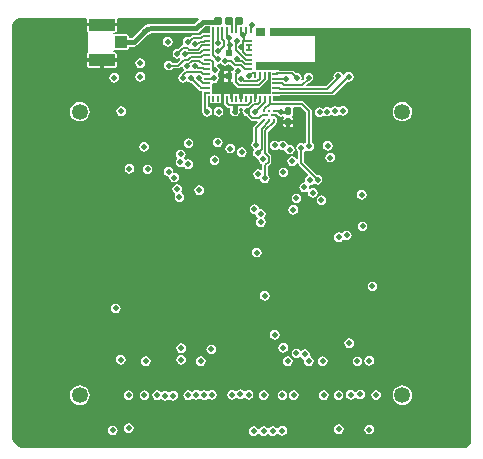
<source format=gtl>
G04 Layer_Physical_Order=1*
G04 Layer_Color=255*
%FSLAX24Y24*%
%MOIN*%
G70*
G01*
G75*
%ADD10C,0.0180*%
G04:AMPARAMS|DCode=11|XSize=23.6mil|YSize=23.6mil|CornerRadius=2.4mil|HoleSize=0mil|Usage=FLASHONLY|Rotation=270.000|XOffset=0mil|YOffset=0mil|HoleType=Round|Shape=RoundedRectangle|*
%AMROUNDEDRECTD11*
21,1,0.0236,0.0189,0,0,270.0*
21,1,0.0189,0.0236,0,0,270.0*
1,1,0.0047,-0.0094,-0.0094*
1,1,0.0047,-0.0094,0.0094*
1,1,0.0047,0.0094,0.0094*
1,1,0.0047,0.0094,-0.0094*
%
%ADD11ROUNDEDRECTD11*%
%ADD12C,0.0083*%
G04:AMPARAMS|DCode=13|XSize=41.3mil|YSize=88.6mil|CornerRadius=4.1mil|HoleSize=0mil|Usage=FLASHONLY|Rotation=90.000|XOffset=0mil|YOffset=0mil|HoleType=Round|Shape=RoundedRectangle|*
%AMROUNDEDRECTD13*
21,1,0.0413,0.0803,0,0,90.0*
21,1,0.0331,0.0886,0,0,90.0*
1,1,0.0083,0.0402,0.0165*
1,1,0.0083,0.0402,-0.0165*
1,1,0.0083,-0.0402,-0.0165*
1,1,0.0083,-0.0402,0.0165*
%
%ADD13ROUNDEDRECTD13*%
G04:AMPARAMS|DCode=14|XSize=41.3mil|YSize=43.3mil|CornerRadius=4.1mil|HoleSize=0mil|Usage=FLASHONLY|Rotation=90.000|XOffset=0mil|YOffset=0mil|HoleType=Round|Shape=RoundedRectangle|*
%AMROUNDEDRECTD14*
21,1,0.0413,0.0350,0,0,90.0*
21,1,0.0331,0.0433,0,0,90.0*
1,1,0.0083,0.0175,0.0165*
1,1,0.0083,0.0175,-0.0165*
1,1,0.0083,-0.0175,-0.0165*
1,1,0.0083,-0.0175,0.0165*
%
%ADD14ROUNDEDRECTD14*%
G04:AMPARAMS|DCode=15|XSize=19.7mil|YSize=23.6mil|CornerRadius=2mil|HoleSize=0mil|Usage=FLASHONLY|Rotation=0.000|XOffset=0mil|YOffset=0mil|HoleType=Round|Shape=RoundedRectangle|*
%AMROUNDEDRECTD15*
21,1,0.0197,0.0197,0,0,0.0*
21,1,0.0157,0.0236,0,0,0.0*
1,1,0.0039,0.0079,-0.0098*
1,1,0.0039,-0.0079,-0.0098*
1,1,0.0039,-0.0079,0.0098*
1,1,0.0039,0.0079,0.0098*
%
%ADD15ROUNDEDRECTD15*%
%ADD16R,0.0236X0.0236*%
%ADD17R,0.0197X0.0079*%
%ADD18R,0.0079X0.0197*%
%ADD19C,0.0060*%
%ADD20C,0.0100*%
%ADD21C,0.0080*%
%ADD22C,0.0150*%
%ADD23C,0.0532*%
%ADD24C,0.0200*%
G36*
X568Y14549D02*
X2692Y14549D01*
X2726Y14499D01*
X2724Y14486D01*
Y14381D01*
X3229D01*
X3733D01*
Y14486D01*
X3731Y14499D01*
X3765Y14549D01*
X6442Y14549D01*
X6463Y14499D01*
X6307Y14343D01*
X4912D01*
X4896Y14340D01*
X4770Y14323D01*
X4637Y14268D01*
X4523Y14181D01*
X4524Y14179D01*
X4228Y13883D01*
X4137D01*
Y13895D01*
X4129Y13935D01*
X4107Y13968D01*
X4073Y13991D01*
X4034Y13999D01*
X3683D01*
X3648Y13992D01*
X3629Y14003D01*
X3604Y14024D01*
X3611Y14052D01*
X3630D01*
X3670Y14060D01*
X3703Y14082D01*
X3726Y14116D01*
X3733Y14155D01*
Y14261D01*
X3229D01*
X2724D01*
Y14155D01*
X2731Y14116D01*
X2737Y14107D01*
X2756Y14065D01*
X2756Y14065D01*
Y13395D01*
X2737Y13353D01*
X2731Y13344D01*
X2724Y13305D01*
Y13199D01*
X3228D01*
X3733D01*
Y13305D01*
X3726Y13344D01*
X3703Y13378D01*
X3670Y13400D01*
X3630Y13408D01*
X3611D01*
X3604Y13436D01*
X3629Y13457D01*
X3648Y13468D01*
X3683Y13461D01*
X4034D01*
X4073Y13469D01*
X4107Y13492D01*
X4129Y13525D01*
X4137Y13565D01*
Y13577D01*
X4291D01*
X4350Y13589D01*
X4399Y13622D01*
X4740Y13963D01*
X4744Y13969D01*
X4818Y14018D01*
X4910Y14036D01*
X4912Y14034D01*
Y14034D01*
X4927Y14037D01*
X6370D01*
X6429Y14049D01*
X6478Y14082D01*
X6653Y14256D01*
X6830D01*
Y14130D01*
X6829Y14125D01*
Y14036D01*
X6574D01*
Y14016D01*
X6552Y14002D01*
X6513Y13963D01*
X6273D01*
X6238Y13956D01*
X6208Y13936D01*
X6158Y13887D01*
X6152Y13891D01*
X6090Y13903D01*
X6028Y13891D01*
X5975Y13855D01*
X5939Y13802D01*
X5927Y13740D01*
X5939Y13679D01*
X5940Y13673D01*
X5914Y13625D01*
X5900Y13622D01*
X5870Y13602D01*
X5773Y13505D01*
X5748Y13510D01*
X5686Y13497D01*
X5633Y13462D01*
X5597Y13409D01*
X5585Y13346D01*
X5597Y13284D01*
X5633Y13231D01*
X5686Y13196D01*
X5748Y13183D01*
X5810Y13196D01*
X5837Y13214D01*
X5847Y13208D01*
X5851Y13149D01*
X5746Y13045D01*
X5594D01*
X5578Y13068D01*
X5525Y13103D01*
X5463Y13116D01*
X5400Y13103D01*
X5347Y13068D01*
X5312Y13015D01*
X5299Y12953D01*
X5312Y12890D01*
X5347Y12837D01*
X5400Y12802D01*
X5463Y12790D01*
X5525Y12802D01*
X5578Y12837D01*
X5594Y12861D01*
X5784D01*
X5820Y12868D01*
X5849Y12888D01*
X5870Y12909D01*
X5924Y12892D01*
X5929Y12868D01*
X5965Y12815D01*
X5967Y12788D01*
X5880Y12701D01*
X5877Y12697D01*
X5830Y12665D01*
X5794Y12612D01*
X5782Y12550D01*
X5794Y12487D01*
X5830Y12434D01*
X5883Y12399D01*
X5945Y12387D01*
X6008Y12399D01*
X6060Y12434D01*
X6109Y12417D01*
X6146Y12393D01*
X6209Y12380D01*
X6229Y12384D01*
X6415Y12198D01*
X6436Y12185D01*
X6480Y12140D01*
X6510Y12120D01*
X6545Y12113D01*
X6574D01*
Y11948D01*
X6581D01*
Y11447D01*
X6582Y11444D01*
X6575Y11410D01*
X6588Y11348D01*
X6623Y11295D01*
X6676Y11259D01*
X6738Y11247D01*
X6801Y11259D01*
X6854Y11295D01*
X6889Y11348D01*
X6902Y11410D01*
X6889Y11472D01*
X6854Y11525D01*
X6801Y11561D01*
X6765Y11568D01*
Y11948D01*
X6830D01*
Y11692D01*
X7186D01*
Y11850D01*
Y12009D01*
X7184D01*
Y12009D01*
X6891D01*
Y12330D01*
X6941Y12371D01*
X6959Y12367D01*
X7021Y12379D01*
X7074Y12415D01*
X7110Y12468D01*
X7122Y12530D01*
X7110Y12593D01*
X7097Y12612D01*
X7107Y12679D01*
X7115Y12685D01*
X7151Y12738D01*
X7163Y12800D01*
X7151Y12862D01*
X7115Y12915D01*
X7062Y12951D01*
X7060Y12963D01*
X7067Y12976D01*
X7100Y13011D01*
X7149Y13021D01*
X7189Y13048D01*
X7196Y13045D01*
X7231Y12992D01*
X7284Y12957D01*
X7346Y12945D01*
X7409Y12957D01*
X7462Y12992D01*
X7515Y12983D01*
X7593Y12905D01*
X7623Y12885D01*
X7626Y12834D01*
X7615Y12780D01*
X7613Y12777D01*
X7540D01*
Y12598D01*
Y12420D01*
X7597D01*
Y12400D01*
X7604Y12365D01*
X7624Y12335D01*
X7725Y12234D01*
X7755Y12214D01*
X7790Y12207D01*
X8452D01*
X8487Y12214D01*
X8517Y12234D01*
X8723Y12440D01*
X8743Y12470D01*
X8761D01*
Y12702D01*
X8761Y12703D01*
X8782Y12745D01*
Y12745D01*
X8857D01*
Y12420D01*
Y12009D01*
X8405D01*
Y11850D01*
X8291D01*
X8288Y11863D01*
Y12009D01*
X7934D01*
Y12009D01*
X7932D01*
Y11850D01*
X7816D01*
Y12009D01*
X7814D01*
Y12009D01*
X7617D01*
Y11850D01*
X7504D01*
Y11888D01*
X7501Y11901D01*
Y12009D01*
X7304D01*
Y12009D01*
X7302D01*
Y11901D01*
X7300Y11888D01*
Y11850D01*
Y11703D01*
X7302Y11692D01*
X7302D01*
X7307Y11664D01*
X7329Y11631D01*
X7392Y11568D01*
X7425Y11546D01*
X7464Y11538D01*
X7492D01*
X7512Y11488D01*
X7508Y11482D01*
X7495Y11420D01*
X7508Y11358D01*
X7543Y11305D01*
X7596Y11269D01*
X7659Y11257D01*
X7721Y11269D01*
X7774Y11305D01*
X7809Y11358D01*
X7822Y11420D01*
X7809Y11482D01*
X7805Y11488D01*
X7825Y11538D01*
X7899D01*
X7923Y11494D01*
X7918Y11487D01*
X7905Y11424D01*
X7918Y11362D01*
X7953Y11309D01*
X8006Y11274D01*
X8069Y11261D01*
X8070Y11262D01*
X8074Y11256D01*
X8185Y11145D01*
X8215Y11125D01*
X8250Y11118D01*
X8417D01*
X8437Y11068D01*
X8304Y10935D01*
X8284Y10905D01*
X8277Y10870D01*
Y10451D01*
X8253Y10435D01*
X8218Y10382D01*
X8205Y10320D01*
X8218Y10258D01*
X8253Y10205D01*
X8277Y10189D01*
X8303Y10162D01*
X8290Y10125D01*
X8274Y10102D01*
X8262Y10039D01*
X8274Y9977D01*
X8310Y9924D01*
X8363Y9889D01*
X8398Y9882D01*
X8440Y9833D01*
X8452Y9771D01*
X8487Y9718D01*
X8540Y9682D01*
X8540Y9682D01*
X8540Y9682D01*
X8577Y9658D01*
X8570Y9623D01*
Y9494D01*
X8520Y9467D01*
X8498Y9482D01*
X8435Y9494D01*
X8373Y9482D01*
X8320Y9447D01*
X8285Y9394D01*
X8272Y9331D01*
X8285Y9269D01*
X8320Y9216D01*
X8373Y9180D01*
X8435Y9168D01*
X8498Y9180D01*
X8500Y9179D01*
X8511Y9127D01*
X8546Y9074D01*
X8599Y9039D01*
X8662Y9026D01*
X8724Y9039D01*
X8777Y9074D01*
X8812Y9127D01*
X8825Y9190D01*
X8812Y9252D01*
X8777Y9305D01*
X8753Y9321D01*
Y9585D01*
X8858Y9690D01*
X8877Y9719D01*
X8884Y9754D01*
Y9912D01*
X8877Y9947D01*
X8858Y9977D01*
X8770Y10064D01*
Y10752D01*
X9031Y11013D01*
X9051Y11042D01*
X9058Y11077D01*
Y11107D01*
X9061Y11113D01*
X9069Y11152D01*
X9061Y11192D01*
X9039Y11225D01*
X9006Y11248D01*
X8999Y11249D01*
X8998Y11268D01*
X9042Y11310D01*
X9065Y11307D01*
X9073Y11295D01*
X9126Y11259D01*
X9189Y11247D01*
X9248Y11259D01*
X9252Y11259D01*
X9260Y11255D01*
X9285Y11202D01*
X9279Y11171D01*
Y11133D01*
X9599D01*
Y11171D01*
X9593Y11202D01*
X9575Y11229D01*
Y11271D01*
X9593Y11298D01*
X9599Y11329D01*
Y11526D01*
X9598Y11529D01*
X9634Y11579D01*
X9857D01*
X10046Y11389D01*
Y10388D01*
X10023Y10372D01*
X10016Y10362D01*
X9948Y10350D01*
X9932Y10361D01*
X9869Y10373D01*
X9807Y10361D01*
X9754Y10326D01*
X9719Y10273D01*
X9706Y10210D01*
X9719Y10148D01*
X9754Y10095D01*
X9778Y10079D01*
Y9832D01*
X9728Y9827D01*
X9693Y9880D01*
X9640Y9915D01*
X9577Y9927D01*
X9515Y9915D01*
X9462Y9880D01*
X9426Y9827D01*
X9414Y9764D01*
X9426Y9702D01*
X9462Y9649D01*
X9515Y9614D01*
X9577Y9601D01*
X9640Y9614D01*
X9693Y9649D01*
X9728Y9702D01*
X9778Y9699D01*
X9785Y9664D01*
X9805Y9634D01*
X10111Y9328D01*
X10100Y9291D01*
X10091Y9277D01*
X10043Y9245D01*
X10008Y9192D01*
X9995Y9129D01*
X10002Y9098D01*
X9969Y9054D01*
X9964Y9052D01*
X9906Y9041D01*
X9853Y9005D01*
X9818Y8952D01*
X9805Y8890D01*
X9818Y8828D01*
X9853Y8775D01*
X9906Y8739D01*
X9969Y8727D01*
X10031Y8739D01*
X10053Y8754D01*
X10098Y8724D01*
X10095Y8710D01*
X10108Y8648D01*
X10143Y8595D01*
X10196Y8559D01*
X10259Y8547D01*
X10321Y8559D01*
X10374Y8595D01*
X10409Y8648D01*
X10422Y8710D01*
X10409Y8772D01*
X10374Y8825D01*
X10321Y8861D01*
X10259Y8873D01*
X10196Y8861D01*
X10174Y8846D01*
X10133Y8873D01*
X10131Y8888D01*
X10132Y8890D01*
X10130Y8900D01*
X10127Y8923D01*
X10158Y8965D01*
X10163Y8967D01*
X10221Y8979D01*
X10274Y9014D01*
X10334Y9014D01*
X10356Y8999D01*
X10418Y8987D01*
X10481Y8999D01*
X10534Y9035D01*
X10569Y9088D01*
X10582Y9150D01*
X10569Y9212D01*
X10534Y9265D01*
X10481Y9301D01*
X10418Y9313D01*
X10391Y9308D01*
X9961Y9737D01*
Y10079D01*
X9985Y10095D01*
X9991Y10105D01*
X10059Y10117D01*
X10076Y10106D01*
X10138Y10093D01*
X10201Y10106D01*
X10254Y10141D01*
X10289Y10194D01*
X10301Y10256D01*
X10289Y10319D01*
X10254Y10372D01*
X10230Y10388D01*
Y11427D01*
X10223Y11462D01*
X10203Y11492D01*
X9959Y11735D01*
X9930Y11755D01*
X9895Y11762D01*
X8918D01*
Y11948D01*
X9174D01*
Y11955D01*
X10916D01*
X10951Y11962D01*
X10981Y11982D01*
X11422Y12424D01*
X11458Y12417D01*
X11521Y12429D01*
X11574Y12465D01*
X11609Y12518D01*
X11622Y12580D01*
X11609Y12642D01*
X11574Y12695D01*
X11521Y12731D01*
X11458Y12743D01*
X11396Y12731D01*
X11343Y12695D01*
X11311Y12648D01*
X11291Y12646D01*
X11259Y12653D01*
X11224Y12705D01*
X11171Y12741D01*
X11108Y12753D01*
X11046Y12741D01*
X10993Y12705D01*
X10958Y12652D01*
X10945Y12590D01*
X10958Y12529D01*
X10698Y12269D01*
X10063D01*
X10043Y12315D01*
X10116Y12387D01*
X10118Y12387D01*
X10181Y12399D01*
X10234Y12435D01*
X10269Y12488D01*
X10282Y12550D01*
X10269Y12612D01*
X10234Y12665D01*
X10181Y12701D01*
X10118Y12713D01*
X10056Y12701D01*
X10003Y12665D01*
X9968Y12612D01*
X9955Y12550D01*
X9966Y12497D01*
X9927Y12458D01*
X9882Y12479D01*
X9880Y12482D01*
X9892Y12542D01*
X9880Y12604D01*
X9844Y12657D01*
X9791Y12693D01*
X9729Y12705D01*
X9703Y12700D01*
X9649Y12755D01*
X9619Y12775D01*
X9584Y12782D01*
X9135D01*
Y12805D01*
X8366D01*
Y13081D01*
X10335D01*
Y13947D01*
X10335D01*
Y13947D01*
X8839D01*
Y14193D01*
X10571D01*
Y14192D01*
X15516Y14193D01*
X15551Y14158D01*
X15548Y509D01*
X15550Y481D01*
X15543Y424D01*
X15525Y371D01*
X15497Y322D01*
X15460Y279D01*
X15415Y245D01*
X15364Y219D01*
X15309Y205D01*
X15281Y203D01*
X665Y203D01*
X621Y203D01*
X535Y220D01*
X453Y254D01*
X380Y302D01*
X318Y365D01*
X269Y438D01*
X235Y519D01*
X218Y605D01*
X218Y649D01*
Y14199D01*
X218Y14234D01*
X232Y14302D01*
X258Y14365D01*
X296Y14423D01*
X345Y14471D01*
X402Y14510D01*
X466Y14536D01*
X534Y14549D01*
X568Y14549D01*
D02*
G37*
G36*
X8681Y13947D02*
X8366D01*
Y14193D01*
X8681D01*
Y13947D01*
D02*
G37*
%LPC*%
G36*
X12139Y3273D02*
X12076Y3261D01*
X12023Y3225D01*
X11988Y3172D01*
X11975Y3110D01*
X11988Y3048D01*
X12023Y2995D01*
X12076Y2959D01*
X12139Y2947D01*
X12201Y2959D01*
X12254Y2995D01*
X12289Y3048D01*
X12302Y3110D01*
X12289Y3172D01*
X12254Y3225D01*
X12201Y3261D01*
X12139Y3273D01*
D02*
G37*
G36*
X10589Y3263D02*
X10526Y3251D01*
X10473Y3215D01*
X10438Y3162D01*
X10425Y3100D01*
X10438Y3038D01*
X10473Y2985D01*
X10526Y2949D01*
X10589Y2937D01*
X10651Y2949D01*
X10704Y2985D01*
X10739Y3038D01*
X10752Y3100D01*
X10739Y3162D01*
X10704Y3215D01*
X10651Y3251D01*
X10589Y3263D01*
D02*
G37*
G36*
X5868Y3313D02*
X5806Y3301D01*
X5753Y3265D01*
X5718Y3212D01*
X5705Y3150D01*
X5718Y3088D01*
X5753Y3035D01*
X5806Y2999D01*
X5868Y2987D01*
X5931Y2999D01*
X5984Y3035D01*
X6019Y3088D01*
X6032Y3150D01*
X6019Y3212D01*
X5984Y3265D01*
X5931Y3301D01*
X5868Y3313D01*
D02*
G37*
G36*
X3859D02*
X3796Y3301D01*
X3743Y3265D01*
X3708Y3212D01*
X3695Y3150D01*
X3708Y3088D01*
X3743Y3035D01*
X3796Y2999D01*
X3859Y2987D01*
X3921Y2999D01*
X3974Y3035D01*
X4009Y3088D01*
X4022Y3150D01*
X4009Y3212D01*
X3974Y3265D01*
X3921Y3301D01*
X3859Y3313D01*
D02*
G37*
G36*
X9428Y3263D02*
X9366Y3251D01*
X9313Y3215D01*
X9278Y3162D01*
X9265Y3100D01*
X9278Y3038D01*
X9313Y2985D01*
X9366Y2949D01*
X9428Y2937D01*
X9491Y2949D01*
X9544Y2985D01*
X9579Y3038D01*
X9592Y3100D01*
X9579Y3162D01*
X9544Y3215D01*
X9491Y3251D01*
X9428Y3263D01*
D02*
G37*
G36*
X9715Y3520D02*
X9653Y3507D01*
X9600Y3472D01*
X9564Y3419D01*
X9552Y3356D01*
X9564Y3294D01*
X9600Y3241D01*
X9653Y3206D01*
X9715Y3193D01*
X9777Y3206D01*
X9830Y3241D01*
X9865D01*
X9883Y3215D01*
X9936Y3179D01*
X9939Y3179D01*
X9972Y3121D01*
X9966Y3093D01*
X9979Y3031D01*
X10014Y2978D01*
X10067Y2942D01*
X10129Y2930D01*
X10192Y2942D01*
X10245Y2978D01*
X10280Y3031D01*
X10292Y3093D01*
X10280Y3155D01*
X10245Y3208D01*
X10192Y3244D01*
X10189Y3244D01*
X10156Y3302D01*
X10162Y3330D01*
X10149Y3392D01*
X10114Y3445D01*
X10061Y3481D01*
X9998Y3493D01*
X9936Y3481D01*
X9883Y3445D01*
X9848D01*
X9830Y3472D01*
X9777Y3507D01*
X9715Y3520D01*
D02*
G37*
G36*
X11748Y3253D02*
X11686Y3241D01*
X11633Y3205D01*
X11598Y3152D01*
X11585Y3090D01*
X11598Y3028D01*
X11633Y2975D01*
X11686Y2939D01*
X11748Y2927D01*
X11811Y2939D01*
X11864Y2975D01*
X11899Y3028D01*
X11912Y3090D01*
X11899Y3152D01*
X11864Y3205D01*
X11811Y3241D01*
X11748Y3253D01*
D02*
G37*
G36*
X6528Y3263D02*
X6466Y3251D01*
X6413Y3215D01*
X6378Y3162D01*
X6365Y3100D01*
X6378Y3038D01*
X6413Y2985D01*
X6466Y2949D01*
X6528Y2937D01*
X6591Y2949D01*
X6644Y2985D01*
X6679Y3038D01*
X6692Y3100D01*
X6679Y3162D01*
X6644Y3215D01*
X6591Y3251D01*
X6528Y3263D01*
D02*
G37*
G36*
X4699D02*
X4636Y3251D01*
X4583Y3215D01*
X4548Y3162D01*
X4535Y3100D01*
X4548Y3038D01*
X4583Y2985D01*
X4636Y2949D01*
X4699Y2937D01*
X4761Y2949D01*
X4814Y2985D01*
X4849Y3038D01*
X4862Y3100D01*
X4849Y3162D01*
X4814Y3215D01*
X4761Y3251D01*
X4699Y3263D01*
D02*
G37*
G36*
X8658Y5443D02*
X8596Y5431D01*
X8543Y5395D01*
X8508Y5342D01*
X8495Y5280D01*
X8508Y5218D01*
X8543Y5165D01*
X8596Y5129D01*
X8658Y5117D01*
X8721Y5129D01*
X8774Y5165D01*
X8809Y5218D01*
X8822Y5280D01*
X8809Y5342D01*
X8774Y5395D01*
X8721Y5431D01*
X8658Y5443D01*
D02*
G37*
G36*
X3697Y5021D02*
X3634Y5009D01*
X3581Y4974D01*
X3546Y4921D01*
X3534Y4858D01*
X3546Y4796D01*
X3581Y4743D01*
X3634Y4708D01*
X3697Y4695D01*
X3759Y4708D01*
X3812Y4743D01*
X3848Y4796D01*
X3860Y4858D01*
X3848Y4921D01*
X3812Y4974D01*
X3759Y5009D01*
X3697Y5021D01*
D02*
G37*
G36*
X8399Y6883D02*
X8336Y6871D01*
X8283Y6835D01*
X8248Y6782D01*
X8235Y6720D01*
X8248Y6658D01*
X8283Y6605D01*
X8336Y6569D01*
X8399Y6557D01*
X8461Y6569D01*
X8514Y6605D01*
X8549Y6658D01*
X8562Y6720D01*
X8549Y6782D01*
X8514Y6835D01*
X8461Y6871D01*
X8399Y6883D01*
D02*
G37*
G36*
X12249Y5753D02*
X12186Y5741D01*
X12133Y5705D01*
X12098Y5652D01*
X12085Y5590D01*
X12098Y5528D01*
X12133Y5475D01*
X12186Y5439D01*
X12249Y5427D01*
X12311Y5439D01*
X12364Y5475D01*
X12399Y5528D01*
X12412Y5590D01*
X12399Y5652D01*
X12364Y5705D01*
X12311Y5741D01*
X12249Y5753D01*
D02*
G37*
G36*
X8996Y4140D02*
X8934Y4127D01*
X8881Y4092D01*
X8846Y4039D01*
X8833Y3977D01*
X8846Y3914D01*
X8881Y3861D01*
X8934Y3826D01*
X8996Y3813D01*
X9059Y3826D01*
X9112Y3861D01*
X9147Y3914D01*
X9160Y3977D01*
X9147Y4039D01*
X9112Y4092D01*
X9059Y4127D01*
X8996Y4140D01*
D02*
G37*
G36*
X5870Y3693D02*
X5808Y3681D01*
X5755Y3645D01*
X5719Y3592D01*
X5707Y3530D01*
X5719Y3468D01*
X5755Y3415D01*
X5808Y3379D01*
X5870Y3367D01*
X5932Y3379D01*
X5985Y3415D01*
X6021Y3468D01*
X6033Y3530D01*
X6021Y3592D01*
X5985Y3645D01*
X5932Y3681D01*
X5870Y3693D01*
D02*
G37*
G36*
X6880Y3653D02*
X6818Y3641D01*
X6765Y3605D01*
X6729Y3552D01*
X6717Y3490D01*
X6729Y3428D01*
X6765Y3375D01*
X6818Y3339D01*
X6880Y3327D01*
X6942Y3339D01*
X6995Y3375D01*
X7031Y3428D01*
X7043Y3490D01*
X7031Y3552D01*
X6995Y3605D01*
X6942Y3641D01*
X6880Y3653D01*
D02*
G37*
G36*
X11479Y3863D02*
X11416Y3851D01*
X11363Y3815D01*
X11328Y3762D01*
X11315Y3700D01*
X11328Y3638D01*
X11363Y3585D01*
X11416Y3549D01*
X11479Y3537D01*
X11541Y3549D01*
X11594Y3585D01*
X11629Y3638D01*
X11642Y3700D01*
X11629Y3762D01*
X11594Y3815D01*
X11541Y3851D01*
X11479Y3863D01*
D02*
G37*
G36*
X9279Y3703D02*
X9216Y3691D01*
X9163Y3655D01*
X9128Y3602D01*
X9115Y3540D01*
X9128Y3478D01*
X9163Y3425D01*
X9216Y3389D01*
X9279Y3377D01*
X9341Y3389D01*
X9394Y3425D01*
X9429Y3478D01*
X9442Y3540D01*
X9429Y3602D01*
X9394Y3655D01*
X9341Y3691D01*
X9279Y3703D01*
D02*
G37*
G36*
X7849Y2163D02*
X7786Y2151D01*
X7733Y2115D01*
X7730Y2110D01*
X7667Y2107D01*
X7631Y2131D01*
X7569Y2143D01*
X7506Y2131D01*
X7453Y2095D01*
X7418Y2042D01*
X7405Y1980D01*
X7418Y1918D01*
X7453Y1865D01*
X7506Y1829D01*
X7569Y1817D01*
X7631Y1829D01*
X7684Y1865D01*
X7687Y1870D01*
X7750Y1873D01*
X7786Y1849D01*
X7849Y1837D01*
X7911Y1849D01*
X7940Y1869D01*
X8003Y1865D01*
X8056Y1829D01*
X8119Y1817D01*
X8181Y1829D01*
X8234Y1865D01*
X8269Y1918D01*
X8282Y1980D01*
X8269Y2042D01*
X8234Y2095D01*
X8181Y2131D01*
X8119Y2143D01*
X8056Y2131D01*
X8027Y2111D01*
X7964Y2115D01*
X7911Y2151D01*
X7849Y2163D01*
D02*
G37*
G36*
X13249Y2297D02*
X13164Y2286D01*
X13085Y2253D01*
X13016Y2201D01*
X12964Y2133D01*
X12931Y2054D01*
X12920Y1969D01*
X12931Y1883D01*
X12964Y1804D01*
X13016Y1736D01*
X13085Y1684D01*
X13164Y1651D01*
X13249Y1640D01*
X13334Y1651D01*
X13413Y1684D01*
X13481Y1736D01*
X13533Y1804D01*
X13566Y1883D01*
X13577Y1969D01*
X13566Y2054D01*
X13533Y2133D01*
X13481Y2201D01*
X13413Y2253D01*
X13334Y2286D01*
X13249Y2297D01*
D02*
G37*
G36*
X2499D02*
X2414Y2286D01*
X2335Y2253D01*
X2267Y2201D01*
X2215Y2133D01*
X2182Y2054D01*
X2171Y1969D01*
X2182Y1883D01*
X2215Y1804D01*
X2267Y1736D01*
X2335Y1684D01*
X2414Y1651D01*
X2499Y1640D01*
X2584Y1651D01*
X2663Y1684D01*
X2732Y1736D01*
X2784Y1804D01*
X2817Y1883D01*
X2828Y1969D01*
X2817Y2054D01*
X2784Y2133D01*
X2732Y2201D01*
X2663Y2253D01*
X2584Y2286D01*
X2499Y2297D01*
D02*
G37*
G36*
X4119Y2123D02*
X4056Y2111D01*
X4003Y2075D01*
X3968Y2022D01*
X3955Y1960D01*
X3968Y1898D01*
X4003Y1845D01*
X4056Y1809D01*
X4119Y1797D01*
X4181Y1809D01*
X4234Y1845D01*
X4269Y1898D01*
X4282Y1960D01*
X4269Y2022D01*
X4234Y2075D01*
X4181Y2111D01*
X4119Y2123D01*
D02*
G37*
G36*
X5078D02*
X5016Y2111D01*
X4963Y2075D01*
X4928Y2022D01*
X4915Y1960D01*
X4928Y1898D01*
X4963Y1845D01*
X5016Y1809D01*
X5078Y1797D01*
X5141Y1809D01*
X5163Y1824D01*
X5223Y1825D01*
X5276Y1789D01*
X5339Y1777D01*
X5401Y1789D01*
X5444Y1818D01*
X5462Y1824D01*
X5512Y1822D01*
X5546Y1799D01*
X5609Y1787D01*
X5671Y1799D01*
X5724Y1835D01*
X5759Y1888D01*
X5772Y1950D01*
X5759Y2012D01*
X5724Y2065D01*
X5671Y2101D01*
X5609Y2113D01*
X5546Y2101D01*
X5503Y2072D01*
X5485Y2066D01*
X5435Y2068D01*
X5401Y2091D01*
X5339Y2103D01*
X5276Y2091D01*
X5254Y2076D01*
X5194Y2075D01*
X5141Y2111D01*
X5078Y2123D01*
D02*
G37*
G36*
X9238Y943D02*
X9176Y931D01*
X9123Y895D01*
X9110Y876D01*
X9050D01*
X9044Y885D01*
X8991Y921D01*
X8928Y933D01*
X8866Y921D01*
X8813Y885D01*
X8803Y871D01*
X8753D01*
X8744Y885D01*
X8691Y921D01*
X8629Y933D01*
X8566Y921D01*
X8513Y885D01*
X8492Y854D01*
X8435D01*
X8414Y885D01*
X8361Y921D01*
X8299Y933D01*
X8236Y921D01*
X8183Y885D01*
X8148Y832D01*
X8135Y770D01*
X8148Y708D01*
X8183Y655D01*
X8236Y619D01*
X8299Y607D01*
X8361Y619D01*
X8414Y655D01*
X8435Y686D01*
X8492D01*
X8513Y655D01*
X8566Y619D01*
X8629Y607D01*
X8691Y619D01*
X8744Y655D01*
X8753Y669D01*
X8803D01*
X8813Y655D01*
X8866Y619D01*
X8928Y607D01*
X8991Y619D01*
X9044Y655D01*
X9057Y674D01*
X9117D01*
X9123Y665D01*
X9176Y629D01*
X9238Y617D01*
X9301Y629D01*
X9354Y665D01*
X9389Y718D01*
X9402Y780D01*
X9389Y842D01*
X9354Y895D01*
X9301Y931D01*
X9238Y943D01*
D02*
G37*
G36*
X12139Y983D02*
X12076Y971D01*
X12023Y935D01*
X11988Y882D01*
X11975Y820D01*
X11988Y758D01*
X12023Y705D01*
X12076Y669D01*
X12139Y657D01*
X12201Y669D01*
X12254Y705D01*
X12289Y758D01*
X12302Y820D01*
X12289Y882D01*
X12254Y935D01*
X12201Y971D01*
X12139Y983D01*
D02*
G37*
G36*
X3598Y953D02*
X3536Y941D01*
X3483Y905D01*
X3448Y852D01*
X3435Y790D01*
X3448Y728D01*
X3483Y675D01*
X3536Y639D01*
X3598Y627D01*
X3661Y639D01*
X3714Y675D01*
X3749Y728D01*
X3762Y790D01*
X3749Y852D01*
X3714Y905D01*
X3661Y941D01*
X3598Y953D01*
D02*
G37*
G36*
X4128Y1033D02*
X4066Y1021D01*
X4013Y985D01*
X3978Y932D01*
X3965Y870D01*
X3978Y808D01*
X4013Y755D01*
X4066Y719D01*
X4128Y707D01*
X4191Y719D01*
X4244Y755D01*
X4279Y808D01*
X4292Y870D01*
X4279Y932D01*
X4244Y985D01*
X4191Y1021D01*
X4128Y1033D01*
D02*
G37*
G36*
X11128Y993D02*
X11066Y981D01*
X11013Y945D01*
X10978Y892D01*
X10965Y830D01*
X10978Y768D01*
X11013Y715D01*
X11066Y679D01*
X11128Y667D01*
X11191Y679D01*
X11244Y715D01*
X11279Y768D01*
X11292Y830D01*
X11279Y892D01*
X11244Y945D01*
X11191Y981D01*
X11128Y993D01*
D02*
G37*
G36*
X12369Y2133D02*
X12306Y2121D01*
X12253Y2085D01*
X12218Y2032D01*
X12205Y1970D01*
X12218Y1908D01*
X12253Y1855D01*
X12306Y1819D01*
X12369Y1807D01*
X12431Y1819D01*
X12484Y1855D01*
X12519Y1908D01*
X12532Y1970D01*
X12519Y2032D01*
X12484Y2085D01*
X12431Y2121D01*
X12369Y2133D01*
D02*
G37*
G36*
X11119D02*
X11056Y2121D01*
X11003Y2085D01*
X10968Y2032D01*
X10955Y1970D01*
X10968Y1908D01*
X11003Y1855D01*
X11056Y1819D01*
X11119Y1807D01*
X11181Y1819D01*
X11234Y1855D01*
X11269Y1908D01*
X11282Y1970D01*
X11269Y2032D01*
X11234Y2085D01*
X11181Y2121D01*
X11119Y2133D01*
D02*
G37*
G36*
X6900Y2143D02*
X6838Y2131D01*
X6785Y2095D01*
X6729Y2102D01*
X6701Y2121D01*
X6639Y2133D01*
X6576Y2121D01*
X6548Y2102D01*
X6494Y2094D01*
X6441Y2129D01*
X6378Y2142D01*
X6316Y2129D01*
X6271Y2099D01*
X6228Y2074D01*
X6175Y2109D01*
X6112Y2122D01*
X6050Y2109D01*
X5997Y2074D01*
X5962Y2021D01*
X5949Y1959D01*
X5962Y1896D01*
X5997Y1843D01*
X6050Y1808D01*
X6112Y1796D01*
X6175Y1808D01*
X6220Y1838D01*
X6263Y1863D01*
X6316Y1828D01*
X6378Y1815D01*
X6441Y1828D01*
X6469Y1846D01*
X6523Y1855D01*
X6576Y1819D01*
X6639Y1807D01*
X6701Y1819D01*
X6754Y1855D01*
X6810Y1848D01*
X6838Y1829D01*
X6900Y1817D01*
X6962Y1829D01*
X7015Y1865D01*
X7051Y1918D01*
X7063Y1980D01*
X7051Y2042D01*
X7015Y2095D01*
X6962Y2131D01*
X6900Y2143D01*
D02*
G37*
G36*
X11839Y2153D02*
X11776Y2141D01*
X11723Y2105D01*
X11710Y2086D01*
X11650D01*
X11644Y2095D01*
X11591Y2131D01*
X11529Y2143D01*
X11466Y2131D01*
X11413Y2095D01*
X11378Y2042D01*
X11365Y1980D01*
X11378Y1918D01*
X11413Y1865D01*
X11466Y1829D01*
X11529Y1817D01*
X11591Y1829D01*
X11644Y1865D01*
X11657Y1884D01*
X11717D01*
X11723Y1875D01*
X11776Y1839D01*
X11839Y1827D01*
X11901Y1839D01*
X11954Y1875D01*
X11989Y1928D01*
X12002Y1990D01*
X11989Y2052D01*
X11954Y2105D01*
X11901Y2141D01*
X11839Y2153D01*
D02*
G37*
G36*
X9628Y2133D02*
X9566Y2121D01*
X9513Y2085D01*
X9478Y2032D01*
X9465Y1970D01*
X9478Y1908D01*
X9513Y1855D01*
X9566Y1819D01*
X9628Y1807D01*
X9691Y1819D01*
X9744Y1855D01*
X9779Y1908D01*
X9792Y1970D01*
X9779Y2032D01*
X9744Y2085D01*
X9691Y2121D01*
X9628Y2133D01*
D02*
G37*
G36*
X10628Y2123D02*
X10566Y2111D01*
X10513Y2075D01*
X10478Y2022D01*
X10465Y1960D01*
X10478Y1898D01*
X10513Y1845D01*
X10566Y1809D01*
X10628Y1797D01*
X10691Y1809D01*
X10744Y1845D01*
X10779Y1898D01*
X10792Y1960D01*
X10779Y2022D01*
X10744Y2075D01*
X10691Y2111D01*
X10628Y2123D01*
D02*
G37*
G36*
X9248D02*
X9186Y2111D01*
X9133Y2075D01*
X9098Y2022D01*
X9085Y1960D01*
X9098Y1898D01*
X9133Y1845D01*
X9186Y1809D01*
X9248Y1797D01*
X9311Y1809D01*
X9364Y1845D01*
X9399Y1898D01*
X9412Y1960D01*
X9399Y2022D01*
X9364Y2075D01*
X9311Y2111D01*
X9248Y2123D01*
D02*
G37*
G36*
X8629Y2133D02*
X8566Y2121D01*
X8513Y2085D01*
X8478Y2032D01*
X8465Y1970D01*
X8478Y1908D01*
X8513Y1855D01*
X8566Y1819D01*
X8629Y1807D01*
X8691Y1819D01*
X8744Y1855D01*
X8779Y1908D01*
X8792Y1970D01*
X8779Y2032D01*
X8744Y2085D01*
X8691Y2121D01*
X8629Y2133D01*
D02*
G37*
G36*
X4649D02*
X4586Y2121D01*
X4533Y2085D01*
X4498Y2032D01*
X4485Y1970D01*
X4498Y1908D01*
X4533Y1855D01*
X4586Y1819D01*
X4649Y1807D01*
X4711Y1819D01*
X4764Y1855D01*
X4799Y1908D01*
X4812Y1970D01*
X4799Y2032D01*
X4764Y2085D01*
X4711Y2121D01*
X4649Y2133D01*
D02*
G37*
G36*
X11388Y7453D02*
X11326Y7441D01*
X11273Y7405D01*
X11238Y7352D01*
X11235Y7351D01*
X11191Y7381D01*
X11128Y7393D01*
X11066Y7381D01*
X11013Y7345D01*
X10978Y7292D01*
X10965Y7230D01*
X10978Y7168D01*
X11013Y7115D01*
X11066Y7079D01*
X11128Y7067D01*
X11191Y7079D01*
X11244Y7115D01*
X11279Y7168D01*
X11282Y7169D01*
X11326Y7139D01*
X11388Y7127D01*
X11451Y7139D01*
X11504Y7175D01*
X11539Y7228D01*
X11552Y7290D01*
X11539Y7352D01*
X11504Y7405D01*
X11451Y7441D01*
X11388Y7453D01*
D02*
G37*
G36*
X13249Y11746D02*
X13164Y11735D01*
X13085Y11702D01*
X13016Y11650D01*
X12964Y11582D01*
X12931Y11502D01*
X12920Y11417D01*
X12931Y11332D01*
X12964Y11253D01*
X13016Y11185D01*
X13085Y11133D01*
X13164Y11100D01*
X13249Y11089D01*
X13334Y11100D01*
X13413Y11133D01*
X13481Y11185D01*
X13533Y11253D01*
X13566Y11332D01*
X13577Y11417D01*
X13566Y11502D01*
X13533Y11582D01*
X13481Y11650D01*
X13413Y11702D01*
X13334Y11735D01*
X13249Y11746D01*
D02*
G37*
G36*
X2499D02*
X2414Y11735D01*
X2335Y11702D01*
X2267Y11650D01*
X2215Y11582D01*
X2182Y11502D01*
X2171Y11417D01*
X2182Y11332D01*
X2215Y11253D01*
X2267Y11185D01*
X2335Y11133D01*
X2414Y11100D01*
X2499Y11089D01*
X2584Y11100D01*
X2663Y11133D01*
X2732Y11185D01*
X2784Y11253D01*
X2817Y11332D01*
X2828Y11417D01*
X2817Y11502D01*
X2784Y11582D01*
X2732Y11650D01*
X2663Y11702D01*
X2584Y11735D01*
X2499Y11746D01*
D02*
G37*
G36*
X3878Y11593D02*
X3816Y11581D01*
X3763Y11545D01*
X3728Y11492D01*
X3715Y11430D01*
X3728Y11368D01*
X3763Y11315D01*
X3816Y11279D01*
X3878Y11267D01*
X3941Y11279D01*
X3994Y11315D01*
X4029Y11368D01*
X4042Y11430D01*
X4029Y11492D01*
X3994Y11545D01*
X3941Y11581D01*
X3878Y11593D01*
D02*
G37*
G36*
X7118Y11573D02*
X7056Y11561D01*
X7003Y11525D01*
X6968Y11472D01*
X6955Y11410D01*
X6968Y11348D01*
X7003Y11295D01*
X7056Y11259D01*
X7118Y11247D01*
X7181Y11259D01*
X7234Y11295D01*
X7269Y11348D01*
X7282Y11410D01*
X7269Y11472D01*
X7234Y11525D01*
X7181Y11561D01*
X7118Y11573D01*
D02*
G37*
G36*
X9599Y11013D02*
X9499D01*
Y10893D01*
X9518D01*
X9549Y10899D01*
X9575Y10917D01*
X9593Y10943D01*
X9599Y10974D01*
Y11013D01*
D02*
G37*
G36*
X7099Y10553D02*
X7036Y10541D01*
X6983Y10505D01*
X6948Y10452D01*
X6935Y10390D01*
X6948Y10328D01*
X6983Y10275D01*
X7036Y10239D01*
X7099Y10227D01*
X7161Y10239D01*
X7214Y10275D01*
X7249Y10328D01*
X7262Y10390D01*
X7249Y10452D01*
X7214Y10505D01*
X7161Y10541D01*
X7099Y10553D01*
D02*
G37*
G36*
X6119Y10533D02*
X6056Y10521D01*
X6003Y10485D01*
X5968Y10432D01*
X5955Y10370D01*
X5968Y10308D01*
X6003Y10255D01*
X6056Y10219D01*
X6119Y10207D01*
X6181Y10219D01*
X6234Y10255D01*
X6269Y10308D01*
X6282Y10370D01*
X6269Y10432D01*
X6234Y10485D01*
X6181Y10521D01*
X6119Y10533D01*
D02*
G37*
G36*
X9379Y11013D02*
X9279D01*
Y10974D01*
X9285Y10943D01*
X9303Y10917D01*
X9329Y10899D01*
X9360Y10893D01*
X9379D01*
Y11013D01*
D02*
G37*
G36*
X9258Y10453D02*
X9196Y10441D01*
X9143Y10405D01*
X9114D01*
X9061Y10441D01*
X8999Y10453D01*
X8936Y10441D01*
X8883Y10405D01*
X8848Y10352D01*
X8835Y10290D01*
X8848Y10228D01*
X8883Y10175D01*
X8936Y10139D01*
X8999Y10127D01*
X9061Y10139D01*
X9114Y10175D01*
X9143D01*
X9196Y10139D01*
X9258Y10127D01*
X9280Y10131D01*
X9338Y10095D01*
X9339Y10091D01*
X9374Y10038D01*
X9427Y10003D01*
X9489Y9990D01*
X9552Y10003D01*
X9605Y10038D01*
X9640Y10091D01*
X9653Y10153D01*
X9640Y10216D01*
X9605Y10269D01*
X9552Y10304D01*
X9489Y10316D01*
X9468Y10312D01*
X9410Y10348D01*
X9409Y10352D01*
X9374Y10405D01*
X9321Y10441D01*
X9258Y10453D01*
D02*
G37*
G36*
X3168Y13079D02*
X2724D01*
Y12974D01*
X2731Y12935D01*
X2754Y12901D01*
X2787Y12879D01*
X2827Y12871D01*
X3168D01*
Y13079D01*
D02*
G37*
G36*
X4508Y13195D02*
X4445Y13182D01*
X4393Y13147D01*
X4357Y13094D01*
X4345Y13032D01*
X4357Y12969D01*
X4393Y12916D01*
X4445Y12881D01*
X4508Y12868D01*
X4570Y12881D01*
X4623Y12916D01*
X4659Y12969D01*
X4671Y13032D01*
X4659Y13094D01*
X4623Y13147D01*
X4570Y13182D01*
X4508Y13195D01*
D02*
G37*
G36*
X5423Y13904D02*
X5361Y13892D01*
X5308Y13856D01*
X5273Y13803D01*
X5260Y13741D01*
X5273Y13678D01*
X5308Y13625D01*
X5361Y13590D01*
X5423Y13578D01*
X5486Y13590D01*
X5539Y13625D01*
X5574Y13678D01*
X5587Y13741D01*
X5574Y13803D01*
X5539Y13856D01*
X5486Y13892D01*
X5423Y13904D01*
D02*
G37*
G36*
X3733Y13079D02*
X3288D01*
Y12871D01*
X3630D01*
X3670Y12879D01*
X3703Y12901D01*
X3726Y12935D01*
X3733Y12974D01*
Y13079D01*
D02*
G37*
G36*
X7420Y12777D02*
X7302D01*
Y12658D01*
X7420D01*
Y12777D01*
D02*
G37*
G36*
X3638Y12713D02*
X3576Y12701D01*
X3523Y12665D01*
X3488Y12612D01*
X3475Y12550D01*
X3488Y12488D01*
X3523Y12435D01*
X3576Y12399D01*
X3638Y12387D01*
X3701Y12399D01*
X3754Y12435D01*
X3789Y12488D01*
X3802Y12550D01*
X3789Y12612D01*
X3754Y12665D01*
X3701Y12701D01*
X3638Y12713D01*
D02*
G37*
G36*
X11269Y11613D02*
X11206Y11601D01*
X11153Y11565D01*
X11093Y11566D01*
X11071Y11581D01*
X11008Y11593D01*
X10946Y11581D01*
X10909Y11556D01*
X10889Y11546D01*
X10837Y11551D01*
X10811Y11569D01*
X10748Y11581D01*
X10686Y11569D01*
X10645Y11541D01*
X10602Y11516D01*
X10549Y11551D01*
X10487Y11563D01*
X10424Y11551D01*
X10371Y11516D01*
X10336Y11463D01*
X10324Y11400D01*
X10336Y11338D01*
X10371Y11285D01*
X10424Y11249D01*
X10487Y11237D01*
X10549Y11249D01*
X10590Y11277D01*
X10633Y11303D01*
X10686Y11267D01*
X10748Y11255D01*
X10811Y11267D01*
X10848Y11292D01*
X10868Y11302D01*
X10920Y11297D01*
X10946Y11279D01*
X11008Y11267D01*
X11071Y11279D01*
X11124Y11315D01*
X11184Y11314D01*
X11206Y11299D01*
X11269Y11287D01*
X11331Y11299D01*
X11384Y11335D01*
X11419Y11388D01*
X11432Y11450D01*
X11419Y11512D01*
X11384Y11565D01*
X11331Y11601D01*
X11269Y11613D01*
D02*
G37*
G36*
X7420Y12538D02*
X7302D01*
Y12420D01*
X7420D01*
Y12538D01*
D02*
G37*
G36*
X4508Y12742D02*
X4445Y12729D01*
X4393Y12694D01*
X4357Y12641D01*
X4345Y12579D01*
X4357Y12516D01*
X4393Y12463D01*
X4445Y12428D01*
X4508Y12416D01*
X4570Y12428D01*
X4623Y12463D01*
X4659Y12516D01*
X4671Y12579D01*
X4659Y12641D01*
X4623Y12694D01*
X4570Y12729D01*
X4508Y12742D01*
D02*
G37*
G36*
X10758Y10439D02*
X10696Y10427D01*
X10643Y10391D01*
X10608Y10339D01*
X10595Y10276D01*
X10608Y10214D01*
X10643Y10161D01*
X10696Y10125D01*
X10758Y10113D01*
X10821Y10125D01*
X10874Y10161D01*
X10909Y10214D01*
X10921Y10276D01*
X10909Y10339D01*
X10874Y10391D01*
X10821Y10427D01*
X10758Y10439D01*
D02*
G37*
G36*
X11889Y8803D02*
X11826Y8791D01*
X11773Y8755D01*
X11738Y8702D01*
X11725Y8640D01*
X11738Y8578D01*
X11773Y8525D01*
X11826Y8489D01*
X11889Y8477D01*
X11951Y8489D01*
X12004Y8525D01*
X12039Y8578D01*
X12052Y8640D01*
X12039Y8702D01*
X12004Y8755D01*
X11951Y8791D01*
X11889Y8803D01*
D02*
G37*
G36*
X5738Y8993D02*
X5676Y8981D01*
X5623Y8945D01*
X5588Y8892D01*
X5575Y8830D01*
X5588Y8768D01*
X5623Y8715D01*
X5657Y8692D01*
X5671Y8633D01*
X5666Y8626D01*
X5654Y8563D01*
X5666Y8501D01*
X5702Y8448D01*
X5755Y8413D01*
X5817Y8400D01*
X5880Y8413D01*
X5932Y8448D01*
X5968Y8501D01*
X5980Y8563D01*
X5968Y8626D01*
X5932Y8679D01*
X5898Y8702D01*
X5884Y8760D01*
X5889Y8768D01*
X5902Y8830D01*
X5889Y8892D01*
X5854Y8945D01*
X5801Y8981D01*
X5738Y8993D01*
D02*
G37*
G36*
X5453Y9573D02*
X5390Y9561D01*
X5338Y9525D01*
X5302Y9472D01*
X5290Y9410D01*
X5302Y9347D01*
X5338Y9295D01*
X5390Y9259D01*
X5453Y9247D01*
X5476Y9224D01*
X5475Y9220D01*
X5488Y9158D01*
X5523Y9105D01*
X5576Y9069D01*
X5638Y9057D01*
X5701Y9069D01*
X5754Y9105D01*
X5789Y9158D01*
X5802Y9220D01*
X5789Y9282D01*
X5754Y9335D01*
X5701Y9371D01*
X5639Y9383D01*
X5615Y9406D01*
X5616Y9410D01*
X5604Y9472D01*
X5568Y9525D01*
X5515Y9561D01*
X5453Y9573D01*
D02*
G37*
G36*
X6478Y8963D02*
X6416Y8951D01*
X6363Y8915D01*
X6328Y8862D01*
X6315Y8800D01*
X6328Y8738D01*
X6363Y8685D01*
X6416Y8649D01*
X6478Y8637D01*
X6541Y8649D01*
X6594Y8685D01*
X6629Y8738D01*
X6642Y8800D01*
X6629Y8862D01*
X6594Y8915D01*
X6541Y8951D01*
X6478Y8963D01*
D02*
G37*
G36*
X9715Y8687D02*
X9653Y8675D01*
X9600Y8639D01*
X9564Y8586D01*
X9552Y8524D01*
X9564Y8462D01*
X9600Y8409D01*
X9653Y8373D01*
X9715Y8361D01*
X9777Y8373D01*
X9830Y8409D01*
X9866Y8462D01*
X9878Y8524D01*
X9866Y8586D01*
X9830Y8639D01*
X9777Y8675D01*
X9715Y8687D01*
D02*
G37*
G36*
X9607Y8303D02*
X9544Y8291D01*
X9491Y8256D01*
X9456Y8203D01*
X9444Y8140D01*
X9456Y8078D01*
X9491Y8025D01*
X9544Y7989D01*
X9607Y7977D01*
X9669Y7989D01*
X9722Y8025D01*
X9757Y8078D01*
X9770Y8140D01*
X9757Y8203D01*
X9722Y8256D01*
X9669Y8291D01*
X9607Y8303D01*
D02*
G37*
G36*
X11918Y7753D02*
X11856Y7741D01*
X11803Y7705D01*
X11768Y7652D01*
X11755Y7590D01*
X11768Y7528D01*
X11803Y7475D01*
X11856Y7439D01*
X11918Y7427D01*
X11981Y7439D01*
X12034Y7475D01*
X12069Y7528D01*
X12082Y7590D01*
X12069Y7652D01*
X12034Y7705D01*
X11981Y7741D01*
X11918Y7753D01*
D02*
G37*
G36*
X10548Y8623D02*
X10486Y8611D01*
X10433Y8575D01*
X10398Y8522D01*
X10385Y8460D01*
X10398Y8398D01*
X10433Y8345D01*
X10486Y8309D01*
X10548Y8297D01*
X10611Y8309D01*
X10664Y8345D01*
X10699Y8398D01*
X10712Y8460D01*
X10699Y8522D01*
X10664Y8575D01*
X10611Y8611D01*
X10548Y8623D01*
D02*
G37*
G36*
X8317Y8323D02*
X8255Y8311D01*
X8202Y8275D01*
X8167Y8222D01*
X8154Y8160D01*
X8167Y8097D01*
X8202Y8044D01*
X8255Y8009D01*
X8317Y7997D01*
X8317D01*
X8326Y7994D01*
X8358Y7983D01*
X8358Y7983D01*
X8328Y7993D01*
X8326Y7994D01*
X8319Y7996D01*
X8328Y7993D01*
X8362Y7972D01*
X8367Y7958D01*
X8373Y7930D01*
X8384Y7914D01*
X8400Y7890D01*
X8418Y7842D01*
X8383Y7789D01*
X8371Y7727D01*
X8383Y7664D01*
X8418Y7611D01*
X8471Y7576D01*
X8534Y7564D01*
X8596Y7576D01*
X8649Y7611D01*
X8684Y7664D01*
X8697Y7727D01*
X8684Y7789D01*
X8658Y7829D01*
X8639Y7877D01*
X8674Y7930D01*
X8687Y7992D01*
X8674Y8055D01*
X8639Y8107D01*
X8586Y8143D01*
X8524Y8155D01*
X8479Y8167D01*
X8468Y8222D01*
X8433Y8275D01*
X8380Y8311D01*
X8317Y8323D01*
D02*
G37*
G36*
X7894Y10222D02*
X7831Y10210D01*
X7778Y10174D01*
X7743Y10121D01*
X7731Y10059D01*
X7743Y9997D01*
X7778Y9944D01*
X7831Y9908D01*
X7894Y9896D01*
X7956Y9908D01*
X8009Y9944D01*
X8044Y9997D01*
X8057Y10059D01*
X8044Y10121D01*
X8009Y10174D01*
X7956Y10210D01*
X7894Y10222D01*
D02*
G37*
G36*
X10841Y10050D02*
X10779Y10038D01*
X10726Y10003D01*
X10691Y9950D01*
X10678Y9887D01*
X10691Y9825D01*
X10726Y9772D01*
X10779Y9736D01*
X10841Y9724D01*
X10904Y9736D01*
X10957Y9772D01*
X10992Y9825D01*
X11004Y9887D01*
X10992Y9950D01*
X10957Y10003D01*
X10904Y10038D01*
X10841Y10050D01*
D02*
G37*
G36*
X4636Y10409D02*
X4573Y10397D01*
X4520Y10361D01*
X4485Y10308D01*
X4473Y10246D01*
X4485Y10184D01*
X4520Y10131D01*
X4573Y10095D01*
X4636Y10083D01*
X4698Y10095D01*
X4751Y10131D01*
X4787Y10184D01*
X4799Y10246D01*
X4787Y10308D01*
X4751Y10361D01*
X4698Y10397D01*
X4636Y10409D01*
D02*
G37*
G36*
X7510Y10351D02*
X7448Y10338D01*
X7395Y10303D01*
X7359Y10250D01*
X7347Y10187D01*
X7359Y10125D01*
X7395Y10072D01*
X7448Y10037D01*
X7510Y10024D01*
X7573Y10037D01*
X7625Y10072D01*
X7661Y10125D01*
X7673Y10187D01*
X7661Y10250D01*
X7625Y10303D01*
X7573Y10338D01*
X7510Y10351D01*
D02*
G37*
G36*
X6988Y9956D02*
X6926Y9944D01*
X6873Y9909D01*
X6837Y9856D01*
X6825Y9793D01*
X6837Y9731D01*
X6873Y9678D01*
X6926Y9643D01*
X6988Y9630D01*
X7051Y9643D01*
X7104Y9678D01*
X7139Y9731D01*
X7151Y9793D01*
X7139Y9856D01*
X7104Y9909D01*
X7051Y9944D01*
X6988Y9956D01*
D02*
G37*
G36*
X4754Y9651D02*
X4692Y9639D01*
X4639Y9604D01*
X4603Y9551D01*
X4591Y9488D01*
X4603Y9426D01*
X4639Y9373D01*
X4692Y9337D01*
X4754Y9325D01*
X4816Y9337D01*
X4869Y9373D01*
X4905Y9426D01*
X4917Y9488D01*
X4905Y9551D01*
X4869Y9604D01*
X4816Y9639D01*
X4754Y9651D01*
D02*
G37*
G36*
X9281Y9553D02*
X9219Y9540D01*
X9166Y9505D01*
X9131Y9452D01*
X9118Y9390D01*
X9131Y9327D01*
X9166Y9274D01*
X9219Y9239D01*
X9281Y9227D01*
X9344Y9239D01*
X9397Y9274D01*
X9432Y9327D01*
X9445Y9390D01*
X9432Y9452D01*
X9397Y9505D01*
X9344Y9540D01*
X9281Y9553D01*
D02*
G37*
G36*
X5859Y10153D02*
X5796Y10141D01*
X5743Y10105D01*
X5708Y10052D01*
X5695Y9990D01*
X5708Y9928D01*
X5726Y9901D01*
X5733Y9845D01*
X5698Y9792D01*
X5685Y9730D01*
X5698Y9668D01*
X5733Y9615D01*
X5786Y9579D01*
X5849Y9567D01*
X5911Y9579D01*
X5946Y9603D01*
X5958Y9598D01*
X5993Y9545D01*
X6046Y9509D01*
X6108Y9497D01*
X6171Y9509D01*
X6224Y9545D01*
X6259Y9598D01*
X6272Y9660D01*
X6259Y9722D01*
X6224Y9775D01*
X6171Y9811D01*
X6108Y9823D01*
X6046Y9811D01*
X6022Y9795D01*
X5981Y9825D01*
X5974Y9875D01*
X6009Y9928D01*
X6022Y9990D01*
X6009Y10052D01*
X5974Y10105D01*
X5921Y10141D01*
X5859Y10153D01*
D02*
G37*
G36*
X4148Y9673D02*
X4086Y9661D01*
X4033Y9625D01*
X3998Y9572D01*
X3985Y9510D01*
X3998Y9448D01*
X4033Y9395D01*
X4086Y9359D01*
X4148Y9347D01*
X4211Y9359D01*
X4264Y9395D01*
X4299Y9448D01*
X4312Y9510D01*
X4299Y9572D01*
X4264Y9625D01*
X4211Y9661D01*
X4148Y9673D01*
D02*
G37*
%LPD*%
D10*
X4912Y14187D02*
G03*
X4632Y14071I0J-396D01*
G01*
X6589Y14409D02*
X7077D01*
X6370Y14190D02*
X6589Y14409D01*
X4912Y14190D02*
X6370D01*
X4291Y13730D02*
X4632Y14071D01*
X3858Y13730D02*
X4291D01*
D11*
X7461Y14439D02*
D03*
X7106D02*
D03*
X7815D02*
D03*
X7461D02*
D03*
D12*
X8966Y11428D02*
D03*
Y11152D02*
D03*
X8809Y11428D02*
D03*
X8887Y11290D02*
D03*
X8809Y11152D02*
D03*
X8651Y11428D02*
D03*
X8730Y11290D02*
D03*
X8651Y11152D02*
D03*
D13*
X3229Y13139D02*
D03*
Y14321D02*
D03*
D14*
X3858Y13730D02*
D03*
D15*
X9439Y11073D02*
D03*
Y11427D02*
D03*
D16*
X8957Y12923D02*
D03*
X8563D02*
D03*
Y14075D02*
D03*
X8957D02*
D03*
X7480Y12598D02*
D03*
Y13386D02*
D03*
D17*
X8140Y13780D02*
D03*
Y13622D02*
D03*
Y13465D02*
D03*
Y13307D02*
D03*
Y13150D02*
D03*
Y12992D02*
D03*
Y12835D02*
D03*
X9016Y12677D02*
D03*
Y12520D02*
D03*
Y12362D02*
D03*
Y12205D02*
D03*
Y12047D02*
D03*
X6732D02*
D03*
Y12205D02*
D03*
Y12362D02*
D03*
Y12520D02*
D03*
Y12677D02*
D03*
Y12835D02*
D03*
Y12992D02*
D03*
Y13150D02*
D03*
Y13307D02*
D03*
Y13465D02*
D03*
Y13622D02*
D03*
Y13780D02*
D03*
Y13937D02*
D03*
D18*
X8346Y12628D02*
D03*
X8504D02*
D03*
X8661D02*
D03*
X8819Y11850D02*
D03*
X8661D02*
D03*
X8504D02*
D03*
X8346D02*
D03*
X8189D02*
D03*
X8031D02*
D03*
X7874D02*
D03*
X7717D02*
D03*
X7559D02*
D03*
X7402D02*
D03*
X7244D02*
D03*
X7087D02*
D03*
X6929D02*
D03*
Y14134D02*
D03*
X7087D02*
D03*
X7244D02*
D03*
X7402D02*
D03*
X7559D02*
D03*
X7717D02*
D03*
X7874D02*
D03*
X8031D02*
D03*
X8189D02*
D03*
D19*
X5945Y12637D02*
X6048Y12740D01*
X6550D01*
X6613Y12677D01*
X6080Y12930D02*
Y12960D01*
X6093Y13537D02*
X6150Y13480D01*
X5935Y13537D02*
X6093D01*
X6273Y13871D02*
X6551D01*
X6151Y13750D02*
X6273Y13871D01*
X6079Y13750D02*
X6151D01*
X6457Y13120D02*
X6585Y12992D01*
X6240Y13120D02*
X6457D01*
X6080Y12960D02*
X6240Y13120D01*
X6190Y13240D02*
X6543D01*
X6093Y13143D02*
X6190Y13240D01*
X6543D02*
X6610Y13307D01*
X5974Y13360D02*
X6493D01*
X6597Y13465D01*
X6421Y13480D02*
X6563Y13622D01*
X6150Y13480D02*
X6421D01*
X6610Y13307D02*
X6732D01*
X6597Y13465D02*
X6732D01*
X6563Y13622D02*
X6722D01*
X6551Y13871D02*
X6617Y13937D01*
X6505Y13751D02*
X6626D01*
X6654Y13780D01*
X6732D01*
X6454Y13701D02*
X6505Y13751D01*
X6921Y12879D02*
Y13069D01*
X6896Y13093D02*
Y13093D01*
Y13093D02*
X6921Y13069D01*
X6840Y13150D02*
X6896Y13093D01*
X5953Y13339D02*
X5974Y13360D01*
X6209Y12535D02*
X6480Y12263D01*
X6485D01*
X6209Y12535D02*
Y12540D01*
X5974Y13143D02*
X6093D01*
X5784Y12953D02*
X5974Y13143D01*
X6613Y12677D02*
X6732D01*
X6625Y12835D02*
X6732D01*
X6597Y12863D02*
X6625Y12835D01*
X5945Y12550D02*
Y12637D01*
X5748Y13346D02*
Y13350D01*
X5472Y12953D02*
X5784D01*
X6597Y12863D02*
X6597D01*
X6732Y13150D02*
X6840D01*
X7243Y13829D02*
Y14131D01*
Y13829D02*
X7301Y13771D01*
Y13592D02*
Y13771D01*
X6921Y13703D02*
Y14125D01*
X6921Y13703D02*
X6921Y13703D01*
X6921Y13699D02*
Y13703D01*
Y13699D02*
X6921Y13699D01*
Y13316D02*
Y13699D01*
X7690Y13480D02*
X8020Y13150D01*
X7690Y13480D02*
Y13771D01*
X7346Y13108D02*
X7520D01*
X6921Y12879D02*
X7000Y12800D01*
X8020Y13150D02*
X8140D01*
X7690Y13771D02*
X7692Y13773D01*
X7113Y13405D02*
X7301Y13592D01*
X6617Y13937D02*
X6732D01*
X7087Y13691D02*
Y14134D01*
X7950Y13482D02*
Y13756D01*
X7113Y13405D02*
Y13432D01*
X6585Y12992D02*
X6732D01*
X5748Y13350D02*
X5935Y13537D01*
X7949Y13481D02*
X7950Y13482D01*
X7949Y13390D02*
Y13481D01*
Y13390D02*
X8032Y13307D01*
X8140D01*
X7857Y12970D02*
X7969Y12859D01*
X7658Y12970D02*
X7857D01*
X7520Y13108D02*
X7658Y12970D01*
X8138Y12617D02*
Y12621D01*
X7977Y12431D02*
X8415D01*
X6921Y14125D02*
X6929Y14134D01*
X6921Y13316D02*
X7076Y13161D01*
X7949Y13756D02*
X7950Y13756D01*
X7874Y13994D02*
X7918Y13950D01*
X7688Y12680D02*
X7778Y12770D01*
X7688Y12400D02*
Y12680D01*
X7949Y13756D02*
X7958Y13766D01*
X7949Y13756D02*
Y13811D01*
X7958Y13820D01*
Y13766D02*
Y13780D01*
X6437Y12864D02*
X6595D01*
X6597Y12863D01*
X9181Y12177D02*
X10736D01*
X9154Y12205D02*
X9181Y12177D01*
X9016Y12205D02*
X9154D01*
X7420Y12598D02*
X7480D01*
X7747Y13090D02*
X7907D01*
X7717Y13120D02*
X7747Y13090D01*
X7907D02*
X8005Y12992D01*
X8679Y10790D02*
X8966Y11077D01*
X8558Y10840D02*
X8809Y11090D01*
X9895Y11670D02*
X10138Y11427D01*
X10118Y12520D02*
Y12550D01*
X9025Y11290D02*
X9059Y11256D01*
X8887Y11290D02*
X9025D01*
X8504Y11735D02*
Y11850D01*
X8431Y11662D02*
X8504Y11735D01*
X8553Y11290D02*
X8730D01*
X8473Y11210D02*
X8553Y11290D01*
X8250Y11210D02*
X8473D01*
X8069Y11424D02*
X8306Y11662D01*
X7908Y12501D02*
X7940Y12533D01*
X7908Y12500D02*
Y12501D01*
Y12500D02*
X7977Y12431D01*
X8122Y12600D02*
X8219Y12697D01*
X8005Y12992D02*
X8140D01*
X7969Y12858D02*
X7992Y12835D01*
X7969Y12858D02*
Y12859D01*
X7992Y12835D02*
X8140D01*
X7688Y12400D02*
X7790Y12299D01*
X8452D01*
X11449Y12580D02*
X11458D01*
X11108Y12550D02*
Y12590D01*
X8654Y11842D02*
X8661Y11850D01*
X8140Y13465D02*
Y13612D01*
X8658Y12663D02*
X8661Y12666D01*
X8498Y12515D02*
Y12600D01*
X9295Y12297D02*
X9896D01*
X10118Y12520D01*
X6929Y14134D02*
Y14200D01*
X8658Y12505D02*
Y12663D01*
X8452Y12299D02*
X8658Y12505D01*
X8415Y12431D02*
X8498Y12515D01*
X8346Y12628D02*
Y12697D01*
X9006Y12205D02*
X9016D01*
X10916Y12047D02*
X11449Y12580D01*
X9016Y12047D02*
X10916D01*
X10736Y12177D02*
X11108Y12550D01*
X9232Y12362D02*
X9291Y12303D01*
X9016Y12362D02*
X9232D01*
X9290Y12302D02*
X9295Y12297D01*
X9016Y12520D02*
X9370D01*
X9016Y12677D02*
X9029Y12690D01*
X9584D01*
X9734Y12539D01*
X6486Y12264D02*
X6545Y12205D01*
X6732D01*
X6585Y12362D02*
X6732D01*
X6457Y12490D02*
X6585Y12362D01*
X6457Y12490D02*
Y12539D01*
X6478D02*
Y12560D01*
X6732Y12520D02*
X6949D01*
X6959Y12530D01*
X6407Y12894D02*
X6437Y12864D01*
X8140Y13150D02*
X8150D01*
X8219Y12697D02*
X8346D01*
X7933Y12539D02*
X7940Y12533D01*
X6673Y11447D02*
Y12028D01*
X8138Y11321D02*
X8250Y11210D01*
X8661Y11723D02*
Y11850D01*
X8306Y11662D02*
X8431D01*
X8328Y11390D02*
X8661Y11723D01*
X8966Y11428D02*
X9171D01*
X8368Y10870D02*
X8651Y11152D01*
X8809Y11090D02*
Y11152D01*
X8966Y11077D02*
Y11152D01*
X8819Y11670D02*
X9895D01*
X8819D02*
Y11850D01*
X8651Y11503D02*
X8819Y11670D01*
X8651Y11454D02*
Y11503D01*
X8138Y11321D02*
Y11424D01*
X8679Y10026D02*
X8793Y9912D01*
Y9754D02*
Y9912D01*
X8425Y10039D02*
X8558Y10173D01*
X8368Y10320D02*
Y10870D01*
X8558Y10173D02*
Y10840D01*
X8679Y10026D02*
Y10790D01*
X9869Y9699D02*
X10418Y9150D01*
X10138Y10256D02*
Y11427D01*
X9869Y9699D02*
Y10210D01*
X8662Y9190D02*
Y9623D01*
X8793Y9754D01*
D20*
X7480Y13386D02*
Y13571D01*
Y13356D02*
Y13386D01*
X9189Y11410D02*
X9461D01*
D21*
X7475Y13565D02*
Y13879D01*
X7480Y13571D02*
Y13618D01*
X7475Y13565D02*
X7480Y13571D01*
X7402Y13952D02*
X7475Y13879D01*
X7402Y13952D02*
Y14134D01*
X7874Y13994D02*
Y14134D01*
X7958Y13780D02*
X8129D01*
X7958Y13820D02*
Y13930D01*
Y13970D02*
X8031Y14043D01*
Y14134D01*
X7559D02*
Y14430D01*
X7717Y14134D02*
Y14378D01*
X7466Y14500D02*
X7471D01*
X7929Y13960D02*
X7958Y13930D01*
X7717Y14378D02*
X7766Y14427D01*
X7402Y11703D02*
Y11888D01*
Y11703D02*
X7464Y11640D01*
X8186Y11730D02*
X8189D01*
Y11850D01*
X8171Y11711D02*
Y11715D01*
X8186Y11730D01*
X7464Y11640D02*
X8096D01*
X8108Y11652D01*
X8112D01*
X8171Y11711D01*
D22*
X7659Y11420D02*
Y11600D01*
D23*
X13249Y11417D02*
D03*
X2499D02*
D03*
Y1969D02*
D03*
X13249D02*
D03*
D24*
X6090Y13740D02*
D03*
X6350Y13680D02*
D03*
X7086Y13172D02*
D03*
X6080Y12930D02*
D03*
X6345Y12930D02*
D03*
X6209Y12543D02*
D03*
X6468D02*
D03*
X5463Y12953D02*
D03*
X5423Y13741D02*
D03*
X5260Y14450D02*
D03*
X5945Y12550D02*
D03*
X5748Y13346D02*
D03*
X7475Y13879D02*
D03*
X7111Y13692D02*
D03*
X7480Y12874D02*
D03*
Y13386D02*
D03*
X7880Y13568D02*
D03*
X7346Y13108D02*
D03*
X7000Y12800D02*
D03*
X6959Y12530D02*
D03*
X7740Y13160D02*
D03*
X6720Y14140D02*
D03*
X7491Y13628D02*
D03*
X6190Y14450D02*
D03*
X7720Y13780D02*
D03*
X7939Y13960D02*
D03*
X10108Y1980D02*
D03*
X10589Y3100D02*
D03*
X9628Y1970D02*
D03*
X9428Y3100D02*
D03*
X10628Y1960D02*
D03*
X11119Y1970D02*
D03*
X11529Y1980D02*
D03*
X11839Y1990D02*
D03*
X12749Y1970D02*
D03*
X12369D02*
D03*
X8119Y1980D02*
D03*
X5870Y3530D02*
D03*
X6880Y3490D02*
D03*
X7113Y13432D02*
D03*
X4754Y9488D02*
D03*
X5210Y13900D02*
D03*
X5699Y13906D02*
D03*
X6014Y13347D02*
D03*
X7778Y12780D02*
D03*
X7879Y12520D02*
D03*
X8138Y12621D02*
D03*
X4508Y13032D02*
D03*
Y12579D02*
D03*
X6112Y1959D02*
D03*
X6378Y1978D02*
D03*
X5868Y3150D02*
D03*
X5609Y1950D02*
D03*
X5078Y1960D02*
D03*
X5738Y8830D02*
D03*
X5638Y9220D02*
D03*
X5817Y8563D02*
D03*
X6478Y8800D02*
D03*
X5339Y1940D02*
D03*
X9708Y370D02*
D03*
X9238Y780D02*
D03*
X7849Y2000D02*
D03*
X7569Y1980D02*
D03*
X6900D02*
D03*
X9969Y8890D02*
D03*
X10259Y8710D02*
D03*
X6988Y9793D02*
D03*
X7510Y10187D02*
D03*
X7894Y10059D02*
D03*
X10548Y8460D02*
D03*
X7480Y12598D02*
D03*
X9498Y12953D02*
D03*
X10039D02*
D03*
X8563Y14075D02*
D03*
Y12923D02*
D03*
X8957D02*
D03*
X7099Y10390D02*
D03*
X9724Y11407D02*
D03*
X9189Y11410D02*
D03*
X10487Y11400D02*
D03*
X10748Y11418D02*
D03*
X10118Y12550D02*
D03*
X8328Y11400D02*
D03*
X8069Y11424D02*
D03*
X7659Y11420D02*
D03*
X7398Y11410D02*
D03*
X8219Y14320D02*
D03*
X5720Y14450D02*
D03*
X15291Y11265D02*
D03*
Y2249D02*
D03*
X527Y1973D02*
D03*
Y11619D02*
D03*
X14545Y14027D02*
D03*
X2104Y375D02*
D03*
X1119D02*
D03*
X14308D02*
D03*
X13245D02*
D03*
X13753Y14042D02*
D03*
X14308Y12580D02*
D03*
X14348Y10178D02*
D03*
Y7816D02*
D03*
Y5257D02*
D03*
Y3288D02*
D03*
Y966D02*
D03*
X1552Y808D02*
D03*
Y3131D02*
D03*
Y5099D02*
D03*
Y7658D02*
D03*
Y10021D02*
D03*
X1513Y12422D02*
D03*
X2018Y14370D02*
D03*
X1280D02*
D03*
X3150Y5118D02*
D03*
Y6693D02*
D03*
X3108Y8690D02*
D03*
X5364Y7382D02*
D03*
X4134Y8465D02*
D03*
X4183Y7382D02*
D03*
X4839Y4160D02*
D03*
X7749Y3950D02*
D03*
X7879Y5320D02*
D03*
X7234Y6004D02*
D03*
X8928Y770D02*
D03*
X8299D02*
D03*
X11918Y7590D02*
D03*
X11889Y8640D02*
D03*
X4148Y9510D02*
D03*
X11458Y12580D02*
D03*
X11108Y12590D02*
D03*
X3697Y4858D02*
D03*
X4128Y870D02*
D03*
X10709Y14052D02*
D03*
X11082D02*
D03*
X11455D02*
D03*
X11829D02*
D03*
X10443Y13287D02*
D03*
X11455Y13520D02*
D03*
X10453Y13789D02*
D03*
X11158Y12930D02*
D03*
X11809D02*
D03*
X15268Y12920D02*
D03*
X12612D02*
D03*
X15268Y13510D02*
D03*
X12258D02*
D03*
X15268Y14042D02*
D03*
X13005D02*
D03*
X12632D02*
D03*
X12258D02*
D03*
X7818Y5990D02*
D03*
X8069Y5710D02*
D03*
X4770Y14450D02*
D03*
X4409Y14272D02*
D03*
X4849Y13859D02*
D03*
X3239Y12700D02*
D03*
X2558Y13120D02*
D03*
X2608Y14370D02*
D03*
X3888Y14419D02*
D03*
X517Y12419D02*
D03*
Y13145D02*
D03*
X518Y13870D02*
D03*
X591Y14370D02*
D03*
X527Y10792D02*
D03*
Y10065D02*
D03*
Y9339D02*
D03*
Y8612D02*
D03*
Y7752D02*
D03*
Y7025D02*
D03*
Y6299D02*
D03*
Y5572D02*
D03*
Y4872D02*
D03*
Y4145D02*
D03*
Y3419D02*
D03*
Y2692D02*
D03*
X537Y589D02*
D03*
Y1315D02*
D03*
X5212Y370D02*
D03*
X4485D02*
D03*
X3758D02*
D03*
X2979D02*
D03*
X8162D02*
D03*
X7435D02*
D03*
X6708D02*
D03*
X5982D02*
D03*
X11162D02*
D03*
X10435D02*
D03*
X8982D02*
D03*
X15177Y394D02*
D03*
X12519Y380D02*
D03*
X11792D02*
D03*
X15318Y2970D02*
D03*
Y1517D02*
D03*
Y790D02*
D03*
X15298Y5820D02*
D03*
Y5093D02*
D03*
Y4367D02*
D03*
Y3640D02*
D03*
Y8820D02*
D03*
Y8093D02*
D03*
Y7367D02*
D03*
Y6640D02*
D03*
X15328Y12090D02*
D03*
X15288Y10317D02*
D03*
Y9590D02*
D03*
X12249Y4340D02*
D03*
X12948Y9000D02*
D03*
X12938Y7660D02*
D03*
X12909Y6150D02*
D03*
X5358Y6470D02*
D03*
X4419Y5600D02*
D03*
X3399Y11420D02*
D03*
X10639Y12630D02*
D03*
X11868Y11420D02*
D03*
X12399Y8460D02*
D03*
X11868Y8130D02*
D03*
X3839Y1970D02*
D03*
X3108D02*
D03*
X2884Y9931D02*
D03*
X11319Y4210D02*
D03*
X11299Y6750D02*
D03*
X11308Y5500D02*
D03*
X11388Y7290D02*
D03*
X11479Y3700D02*
D03*
X3859Y3150D02*
D03*
X4649Y1970D02*
D03*
X6639D02*
D03*
X8629D02*
D03*
X12139Y3110D02*
D03*
X11748Y3090D02*
D03*
X4119Y1960D02*
D03*
X3598Y790D02*
D03*
X12139Y820D02*
D03*
X3638Y12550D02*
D03*
X11269Y11450D02*
D03*
X12249Y5590D02*
D03*
X11128Y830D02*
D03*
X8629Y770D02*
D03*
X11128Y7230D02*
D03*
X3878Y11430D02*
D03*
X4163Y9921D02*
D03*
X8399Y6720D02*
D03*
X9919Y12720D02*
D03*
X9279Y3540D02*
D03*
X9998Y3330D02*
D03*
X10129Y3093D02*
D03*
X9248Y1960D02*
D03*
X9729Y12542D02*
D03*
X6738Y11410D02*
D03*
X6528Y3100D02*
D03*
X11008Y11430D02*
D03*
X8658Y5280D02*
D03*
X7294Y8396D02*
D03*
X7234Y5315D02*
D03*
X6119Y10370D02*
D03*
X6108Y9660D02*
D03*
X5859Y9990D02*
D03*
X5849Y9730D02*
D03*
X5453Y9410D02*
D03*
X9380Y12500D02*
D03*
X5709Y8071D02*
D03*
X3909Y13140D02*
D03*
X4636Y10246D02*
D03*
X4560Y13570D02*
D03*
X4724Y9055D02*
D03*
X4699Y3100D02*
D03*
X6478Y11430D02*
D03*
X7118Y11410D02*
D03*
X7303Y6919D02*
D03*
X9607Y8140D02*
D03*
X9715Y8524D02*
D03*
X9281Y9390D02*
D03*
X8435Y9331D02*
D03*
X8603Y9833D02*
D03*
X10418Y9150D02*
D03*
X8425Y10039D02*
D03*
X8368Y10320D02*
D03*
X10138Y10256D02*
D03*
X8999Y10290D02*
D03*
X9258D02*
D03*
X10841Y9887D02*
D03*
X10758Y10276D02*
D03*
X9869Y10210D02*
D03*
X9489Y10153D02*
D03*
X9577Y9764D02*
D03*
X10159Y9129D02*
D03*
X9715Y3356D02*
D03*
X8996Y3977D02*
D03*
X8662Y9190D02*
D03*
X8317Y8160D02*
D03*
X8524Y7992D02*
D03*
X8534Y7727D02*
D03*
M02*

</source>
